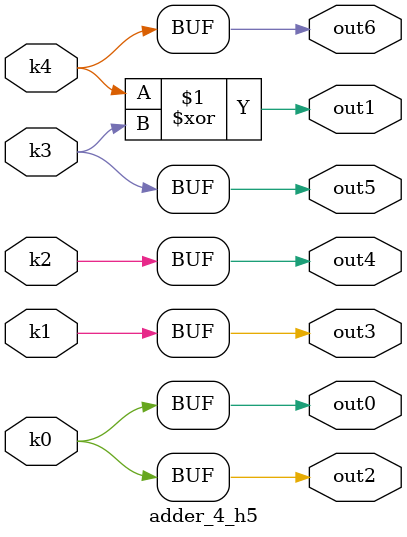
<source format=v>
module adder_4(pi00, pi01, pi02, pi03, pi04, pi05, pi06, pi07, pi08, pi09, pi10, pi11, po0, po1, po2, po3, po4, po5, po6);
input pi00, pi01, pi02, pi03, pi04, pi05, pi06, pi07, pi08, pi09, pi10, pi11;
output po0, po1, po2, po3, po4, po5, po6;
wire k0, k1, k2, k3, k4;
adder_4_w5 DUT1 (pi00, pi01, pi02, pi03, pi04, pi05, pi06, pi07, pi08, pi09, pi10, pi11, k0, k1, k2, k3, k4);
adder_4_h5 DUT2 (k0, k1, k2, k3, k4, po0, po1, po2, po3, po4, po5, po6);
endmodule

module adder_4_w5(in11, in10, in9, in8, in7, in6, in5, in4, in3, in2, in1, in0, k4, k3, k2, k1, k0);
input in11, in10, in9, in8, in7, in6, in5, in4, in3, in2, in1, in0;
output k4, k3, k2, k1, k0;
assign k0 =   ((~in7 ^ in2) & (((~in8 | ~in3) & (((~in9 | ~in4) & (((~in11 | ~in6) & ((in1 & ~in10) | (~in0 & ~in5))) | (~in11 & ~in6 & (~in10 | ~in5)) | (~in10 & ~in5))) | (~in9 & ~in4))) | (~in8 & ~in3))) | ((in7 ^ in2) & ((in8 & in3) | ((in8 | in3) & ((in9 & in4) | ((in9 | in4) & (((in11 | in6) & ((in0 & in10) | (~in1 & in5))) | (in10 & in5) | (in11 & in6 & (in10 | in5))))))));
assign k1 =   ((~in8 ^ in3) & (((~in9 | ~in4) & (((~in11 | ~in6) & ((in1 & ~in10) | (~in0 & ~in5))) | (~in11 & ~in6 & (~in10 | ~in5)) | (~in10 & ~in5))) | (~in9 & ~in4))) | ((in8 ^ in3) & ((in9 & in4) | ((in9 | in4) & (((in11 | in6) & ((in0 & in10) | (~in1 & in5))) | (in10 & in5) | (in11 & in6 & (in10 | in5))))));
assign k2 =   ((~in9 ^ in4) & (((~in11 | ~in6) & ((in1 & ~in10) | (~in0 & ~in5))) | (~in11 & ~in6 & (~in10 | ~in5)) | (~in10 & ~in5))) | ((in9 ^ in4) & (((in11 | in6) & ((in0 & in10) | (~in1 & in5))) | (in10 & in5) | (in11 & in6 & (in10 | in5))));
assign k3 =   ((~in11 | ~in6) & ((in1 & in10 & in5) | (~in0 & ~in10 & ~in5))) | ((in11 | in6) & ((~in1 & ~in10 & in5) | (in0 & in10 & ~in5))) | (in11 & in6 & (in10 ^ in5)) | (~in11 & ~in6 & (~in10 ^ in5));
assign k4 =   (in0 & (in11 ^ in6)) | (in1 & (~in11 ^ in6));
endmodule

module adder_4_h5(k4, k3, k2, k1, k0, out6, out5, out4, out3, out2, out1, out0);
input k4, k3, k2, k1, k0;
output out6, out5, out4, out3, out2, out1, out0;
assign out0 = k0;
assign out1 = k4 ^ k3;
assign out2 = k0;
assign out3 = k1;
assign out4 = k2;
assign out5 = k3;
assign out6 = k4;
endmodule

</source>
